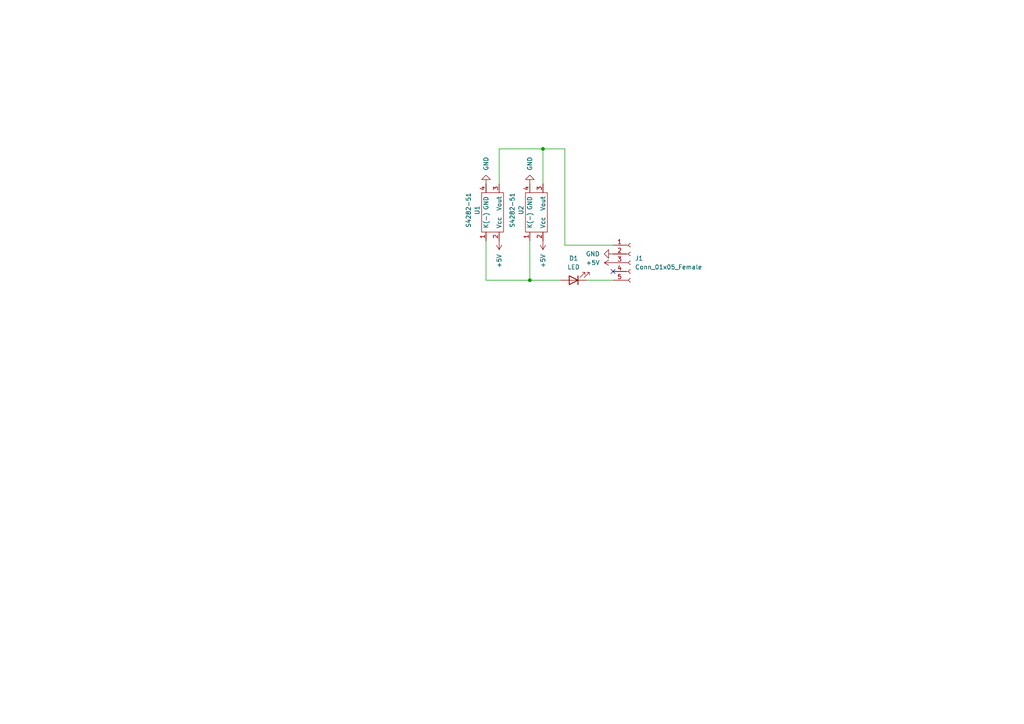
<source format=kicad_sch>
(kicad_sch (version 20211123) (generator eeschema)
  (paper "A4")
  (lib_symbols
    (symbol "Connector:Conn_01x05_Female" (pin_names (offset 1.016) hide)
      (property "Reference" "J" (at 0 7.62 0))
      (property "Value" "Conn_01x05_Female" (at 0 -7.62 0))
      (symbol "Conn_01x05_Female_1_1"
        (arc (start 0 -4.572) (mid -0.508 -5.08) (end 0 -5.588) (stroke (width 0.1524)))
        (arc (start 0 -2.032) (mid -0.508 -2.54) (end 0 -3.048) (stroke (width 0.1524)))
        (polyline (pts (xy -1.27 -5.08) (xy -0.508 -5.08)) (stroke (width 0.1524)))
        (polyline (pts (xy -1.27 -2.54) (xy -0.508 -2.54)) (stroke (width 0.1524)))
        (polyline (pts (xy -1.27 0) (xy -0.508 0)) (stroke (width 0.1524)))
        (polyline (pts (xy -1.27 2.54) (xy -0.508 2.54)) (stroke (width 0.1524)))
        (polyline (pts (xy -1.27 5.08) (xy -0.508 5.08)) (stroke (width 0.1524)))
        (arc (start 0 0.508) (mid -0.508 0) (end 0 -0.508) (stroke (width 0.1524)))
        (arc (start 0 3.048) (mid -0.508 2.54) (end 0 2.032) (stroke (width 0.1524)))
        (arc (start 0 5.588) (mid -0.508 5.08) (end 0 4.572) (stroke (width 0.1524)))
        (pin passive line (at -5.08 5.08 0) (length 3.81) (name "Pin_1") (number "1"))
        (pin passive line (at -5.08 2.54 0) (length 3.81) (name "Pin_2") (number "2"))
        (pin passive line (at -5.08 0 0) (length 3.81) (name "Pin_3") (number "3"))
        (pin passive line (at -5.08 -2.54 0) (length 3.81) (name "Pin_4") (number "4"))
        (pin passive line (at -5.08 -5.08 0) (length 3.81) (name "Pin_5") (number "5"))
      )
    )
    (symbol "Device:LED" (pin_numbers hide) (pin_names (offset 1.016) hide)
      (property "Reference" "D" (at 0 2.54 0))
      (property "Value" "LED" (at 0 -2.54 0))
      (symbol "LED_0_1"
        (polyline (pts (xy -1.27 -1.27) (xy -1.27 1.27)) (stroke (width 0.254)))
        (polyline (pts (xy -1.27 0) (xy 1.27 0)))
        (polyline (pts (xy 1.27 -1.27) (xy 1.27 1.27) (xy -1.27 0) (xy 1.27 -1.27)) (stroke (width 0.254)))
        (polyline (pts (xy -3.048 -0.762) (xy -4.572 -2.286) (xy -3.81 -2.286) (xy -4.572 -2.286) (xy -4.572 -1.524)))
        (polyline (pts (xy -1.778 -0.762) (xy -3.302 -2.286) (xy -2.54 -2.286) (xy -3.302 -2.286) (xy -3.302 -1.524)))
      )
      (symbol "LED_1_1"
        (pin passive line (at -3.81 0 0) (length 2.54) (name "K") (number "1"))
        (pin passive line (at 3.81 0 180) (length 2.54) (name "A") (number "2"))
      )
    )
    (symbol "New_Library:S4282-51" (pin_names (offset 1.016))
      (property "Reference" "U" (at 0 3.81 0))
      (property "Value" "S4282-51" (at 0 6.35 0))
      (symbol "S4282-51_0_1"
        (rectangle (start -6.35 2.54) (end 5.08 -3.81))
      )
      (symbol "S4282-51_1_1"
        (pin input line (at -8.89 1.27 0) (length 2.54) (name "K(-)") (number "1"))
        (pin input line (at -8.89 -2.54 0) (length 2.54) (name "Vcc") (number "2"))
        (pin input line (at 7.62 -2.54 180) (length 2.54) (name "Vout") (number "3"))
        (pin input line (at 7.62 1.27 180) (length 2.54) (name "GND") (number "4"))
      )
    )
    (symbol "power:+5V" (power) (pin_names (offset 0))
      (property "Value" "+5V" (at 0 3.556 0))
      (symbol "+5V_0_1"
        (polyline (pts (xy -0.762 1.27) (xy 0 2.54)))
        (polyline (pts (xy 0 0) (xy 0 2.54)))
        (polyline (pts (xy 0 2.54) (xy 0.762 1.27)))
      )
      (symbol "+5V_1_1"
        (pin power_in line (at 0 0 90) (length 0) hide (name "+5V") (number "1"))
      )
    )
    (symbol "power:GND" (power) (pin_names (offset 0))
      (property "Value" "GND" (at 0 -3.81 0))
      (symbol "GND_0_1"
        (polyline (pts (xy 0 0) (xy 0 -1.27) (xy 1.27 -1.27) (xy 0 -2.54) (xy -1.27 -1.27) (xy 0 -1.27)))
      )
      (symbol "GND_1_1"
        (pin power_in line (at 0 0 270) (length 0) hide (name "GND") (number "1"))
      )
    )
  )
  (junction (at 153.67 81.28))
  (junction (at 157.48 43.18))
  (no_connect (at 177.8 78.74))
  (wire (pts (xy 163.83 71.12) (xy 177.8 71.12)))
  (wire (pts (xy 144.78 53.34) (xy 144.78 43.18)))
  (wire (pts (xy 153.67 81.28) (xy 162.56 81.28)))
  (wire (pts (xy 140.97 81.28) (xy 140.97 69.85)))
  (wire (pts (xy 157.48 43.18) (xy 157.48 53.34)))
  (wire (pts (xy 144.78 43.18) (xy 157.48 43.18)))
  (wire (pts (xy 163.83 43.18) (xy 163.83 71.12)))
  (wire (pts (xy 140.97 81.28) (xy 153.67 81.28)))
  (wire (pts (xy 170.18 81.28) (xy 177.8 81.28)))
  (wire (pts (xy 157.48 43.18) (xy 163.83 43.18)))
  (wire (pts (xy 153.67 81.28) (xy 153.67 69.85)))
  (symbol (lib_id "Connector:Conn_01x05_Female") (at 182.88 76.2 0) (unit 1)
    (property "Reference" "J1" (at 184.15 74.9299 0) (effects (justify left)))
    (property "Value" "Conn_01x05_Female" (at 184.15 77.4699 0) (effects (justify left)))
    (property "Footprint" "Connector_PinHeader_2.54mm:PinHeader_1x05_P2.54mm_Vertical" (effects hide))
  )
  (symbol (lib_id "New_Library:S4282-51") (at 142.24 60.96 90) (unit 1)
    (property "Reference" "U1" (at 138.43 60.96 0))
    (property "Value" "S4282-51" (at 135.89 60.96 0))
    (property "Footprint" "line_sensor:S4282-51" (effects hide))
  )
  (symbol (lib_id "Device:LED") (at 166.37 81.28 180) (unit 1)
    (property "Reference" "D1" (at 166.37 74.93 0))
    (property "Value" "LED" (at 166.37 77.47 0))
    (property "Footprint" "LED_THT:LED_D3.0mm_Clear" (effects hide))
  )
  (symbol (lib_id "power:GND") (at 140.97 53.34 180) (unit 1)
    (property "Reference" "#PWR01" (effects hide))
    (property "Value" "GND" (at 140.9699 49.53 90) (effects (justify right)))
  )
  (symbol (lib_id "power:+5V") (at 157.48 69.85 180) (unit 1)
    (property "Reference" "#PWR04" (effects hide))
    (property "Value" "+5V" (at 157.4799 73.66 90) (effects (justify left)))
  )
  (symbol (lib_id "power:+5V") (at 177.8 76.2 90) (unit 1)
    (property "Reference" "#PWR06" (effects hide))
    (property "Value" "+5V" (at 173.99 76.1999 90) (effects (justify left)))
  )
  (symbol (lib_id "power:GND") (at 153.67 53.34 180) (unit 1)
    (property "Reference" "#PWR03" (effects hide))
    (property "Value" "GND" (at 153.6699 49.53 90) (effects (justify right)))
  )
  (symbol (lib_id "power:+5V") (at 144.78 69.85 180) (unit 1)
    (property "Reference" "#PWR02" (effects hide))
    (property "Value" "+5V" (at 144.7799 73.66 90) (effects (justify left)))
  )
  (symbol (lib_id "New_Library:S4282-51") (at 154.94 60.96 90) (unit 1)
    (property "Reference" "U2" (at 151.13 60.96 0))
    (property "Value" "S4282-51" (at 148.59 60.96 0))
    (property "Footprint" "line_sensor:S4282-51" (effects hide))
  )
  (symbol (lib_id "power:GND") (at 177.8 73.66 270) (unit 1)
    (property "Reference" "#PWR05" (effects hide))
    (property "Value" "GND" (at 173.99 73.6599 90) (effects (justify right)))
  )
)
</source>
